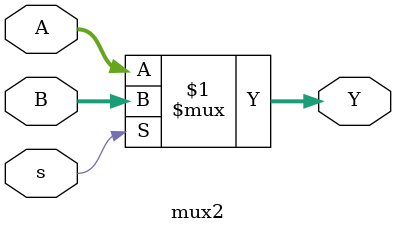
<source format=v>
/* Author: Yehia Darwish
   Status: Undergraduate
   Department: ECE, Alexandria University(Egypt)
*/
/* Date: 06/09/2024
   File Name: mux2.v
   Category: module
*/
/* keywords: 
   Function: 
    
*/
// Note: This is a submodule

module mux2 #(parameter WIDTH = 32) (
    input wire [WIDTH-1:0] A, 
    input wire [WIDTH-1:0] B,
    input wire s,
    output wire [WIDTH-1:0] Y
);
    assign Y = s ? B : A;
endmodule
</source>
